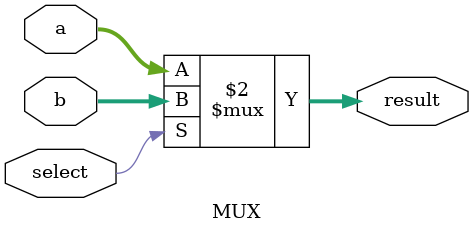
<source format=v>
module MUX(
            input[63:0] a, b,
            input select,
            output[63:0] result); // output 

assign result = select == 1'b1 ? b: a;
endmodule
</source>
